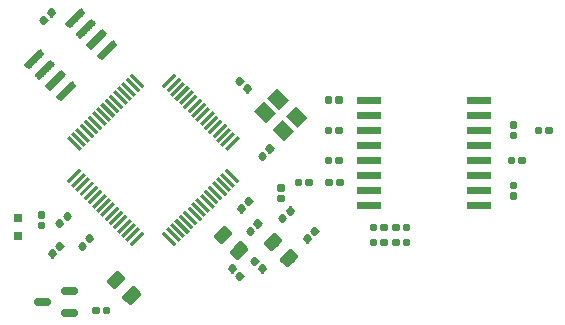
<source format=gbr>
G04 EAGLE Gerber RS-274X export*
G75*
%MOMM*%
%FSLAX34Y34*%
%LPD*%
%INSolderpaste Top*%
%IPPOS*%
%AMOC8*
5,1,8,0,0,1.08239X$1,22.5*%
G01*
%ADD10C,0.260000*%
%ADD11C,0.150000*%
%ADD12C,0.420000*%
%ADD13R,0.300000X1.500000*%
%ADD14R,1.400000X1.200000*%
%ADD15C,0.240000*%
%ADD16C,0.090000*%
%ADD17R,0.800000X0.800000*%
%ADD18C,0.650000*%


D10*
X250832Y165525D02*
X248075Y168282D01*
X250832Y171039D01*
X253589Y168282D01*
X250832Y165525D01*
X253302Y167995D02*
X248362Y167995D01*
X250258Y170465D02*
X251406Y170465D01*
X241711Y161918D02*
X244468Y159161D01*
X241711Y161918D02*
X244468Y164675D01*
X247225Y161918D01*
X244468Y159161D01*
X246938Y161631D02*
X241998Y161631D01*
X243894Y164101D02*
X245042Y164101D01*
X303012Y141650D02*
X303012Y137750D01*
X299112Y137750D01*
X299112Y141650D01*
X303012Y141650D01*
X303012Y140220D02*
X299112Y140220D01*
X312012Y141650D02*
X312012Y137750D01*
X308112Y137750D01*
X308112Y141650D01*
X312012Y141650D01*
X312012Y140220D02*
X308112Y140220D01*
X262300Y133360D02*
X258400Y133360D01*
X258400Y137260D01*
X262300Y137260D01*
X262300Y133360D01*
X262300Y135830D02*
X258400Y135830D01*
X258400Y124360D02*
X262300Y124360D01*
X258400Y124360D02*
X258400Y128260D01*
X262300Y128260D01*
X262300Y124360D01*
X262300Y126830D02*
X258400Y126830D01*
X307350Y207600D02*
X307350Y211500D01*
X311250Y211500D01*
X311250Y207600D01*
X307350Y207600D01*
X307350Y210070D02*
X311250Y210070D01*
X298350Y211500D02*
X298350Y207600D01*
X298350Y211500D02*
X302250Y211500D01*
X302250Y207600D01*
X298350Y207600D01*
X298350Y210070D02*
X302250Y210070D01*
X282568Y94825D02*
X285325Y92068D01*
X282568Y89311D01*
X279811Y92068D01*
X282568Y94825D01*
X285038Y91781D02*
X280098Y91781D01*
X281994Y94251D02*
X283142Y94251D01*
X288932Y101189D02*
X291689Y98432D01*
X288932Y95675D01*
X286175Y98432D01*
X288932Y101189D01*
X291402Y98145D02*
X286462Y98145D01*
X288358Y100615D02*
X289506Y100615D01*
X65784Y280723D02*
X63027Y283480D01*
X65784Y286237D01*
X68541Y283480D01*
X65784Y280723D01*
X68254Y283193D02*
X63314Y283193D01*
X65210Y285663D02*
X66358Y285663D01*
X56663Y277116D02*
X59420Y274359D01*
X56663Y277116D02*
X59420Y279873D01*
X62177Y277116D01*
X59420Y274359D01*
X61890Y276829D02*
X56950Y276829D01*
X58846Y279299D02*
X59994Y279299D01*
X261658Y112015D02*
X264415Y109258D01*
X261658Y106501D01*
X258901Y109258D01*
X261658Y112015D01*
X264128Y108971D02*
X259188Y108971D01*
X261084Y111441D02*
X262232Y111441D01*
X268022Y118379D02*
X270779Y115622D01*
X268022Y112865D01*
X265265Y115622D01*
X268022Y118379D01*
X270492Y115335D02*
X265552Y115335D01*
X267448Y117805D02*
X268596Y117805D01*
X229445Y117468D02*
X226688Y120225D01*
X229445Y117468D02*
X226688Y114711D01*
X223931Y117468D01*
X226688Y120225D01*
X229158Y117181D02*
X224218Y117181D01*
X226114Y119651D02*
X227262Y119651D01*
X233052Y126589D02*
X235809Y123832D01*
X233052Y121075D01*
X230295Y123832D01*
X233052Y126589D01*
X235522Y123545D02*
X230582Y123545D01*
X232478Y126015D02*
X233626Y126015D01*
X234308Y101175D02*
X237065Y98418D01*
X234308Y95661D01*
X231551Y98418D01*
X234308Y101175D01*
X236778Y98131D02*
X231838Y98131D01*
X233734Y100601D02*
X234882Y100601D01*
X240672Y107539D02*
X243429Y104782D01*
X240672Y102025D01*
X237915Y104782D01*
X240672Y107539D01*
X243142Y104495D02*
X238202Y104495D01*
X240098Y106965D02*
X241246Y106965D01*
X229025Y219068D02*
X231782Y221825D01*
X234539Y219068D01*
X231782Y216311D01*
X229025Y219068D01*
X229312Y218781D02*
X234252Y218781D01*
X232356Y221251D02*
X231208Y221251D01*
X225418Y228189D02*
X222661Y225432D01*
X225418Y228189D02*
X228175Y225432D01*
X225418Y222675D01*
X222661Y225432D01*
X222948Y225145D02*
X227888Y225145D01*
X225992Y227615D02*
X224844Y227615D01*
X221825Y66682D02*
X219068Y63925D01*
X216311Y66682D01*
X219068Y69439D01*
X221825Y66682D01*
X221538Y66395D02*
X216598Y66395D01*
X218494Y68865D02*
X219642Y68865D01*
X228189Y60318D02*
X225432Y57561D01*
X222675Y60318D01*
X225432Y63075D01*
X228189Y60318D01*
X227902Y60031D02*
X222962Y60031D01*
X224858Y62501D02*
X226006Y62501D01*
X73032Y82975D02*
X70275Y85732D01*
X73032Y88489D01*
X75789Y85732D01*
X73032Y82975D01*
X75502Y85445D02*
X70562Y85445D01*
X72458Y87915D02*
X73606Y87915D01*
X63911Y79368D02*
X66668Y76611D01*
X63911Y79368D02*
X66668Y82125D01*
X69425Y79368D01*
X66668Y76611D01*
X69138Y79081D02*
X64198Y79081D01*
X66094Y81551D02*
X67242Y81551D01*
X241725Y66668D02*
X244482Y69425D01*
X247239Y66668D01*
X244482Y63911D01*
X241725Y66668D01*
X242012Y66381D02*
X246952Y66381D01*
X245056Y68851D02*
X243908Y68851D01*
X238118Y75789D02*
X235361Y73032D01*
X238118Y75789D02*
X240875Y73032D01*
X238118Y70275D01*
X235361Y73032D01*
X235648Y72745D02*
X240588Y72745D01*
X238692Y75215D02*
X237544Y75215D01*
X455250Y135392D02*
X459150Y135392D01*
X455250Y135392D02*
X455250Y139292D01*
X459150Y139292D01*
X459150Y135392D01*
X459150Y137862D02*
X455250Y137862D01*
X455250Y126392D02*
X459150Y126392D01*
X455250Y126392D02*
X455250Y130292D01*
X459150Y130292D01*
X459150Y126392D01*
X459150Y128862D02*
X455250Y128862D01*
X455250Y181600D02*
X459150Y181600D01*
X459150Y177700D01*
X455250Y177700D01*
X455250Y181600D01*
X455250Y180170D02*
X459150Y180170D01*
X459150Y190600D02*
X455250Y190600D01*
X459150Y190600D02*
X459150Y186700D01*
X455250Y186700D01*
X455250Y190600D01*
X455250Y189170D02*
X459150Y189170D01*
D11*
X59498Y248357D02*
X47124Y235983D01*
X43942Y239165D01*
X56316Y251539D01*
X59498Y248357D01*
X48549Y237408D02*
X45699Y237408D01*
X44274Y238833D02*
X49974Y238833D01*
X51399Y240258D02*
X45035Y240258D01*
X46460Y241683D02*
X52824Y241683D01*
X54249Y243108D02*
X47885Y243108D01*
X49310Y244533D02*
X55674Y244533D01*
X57099Y245958D02*
X50735Y245958D01*
X52160Y247383D02*
X58524Y247383D01*
X59047Y248808D02*
X53585Y248808D01*
X55010Y250233D02*
X57622Y250233D01*
X68478Y239377D02*
X56104Y227003D01*
X52922Y230185D01*
X65296Y242559D01*
X68478Y239377D01*
X57529Y228428D02*
X54679Y228428D01*
X53254Y229853D02*
X58954Y229853D01*
X60379Y231278D02*
X54015Y231278D01*
X55440Y232703D02*
X61804Y232703D01*
X63229Y234128D02*
X56865Y234128D01*
X58290Y235553D02*
X64654Y235553D01*
X66079Y236978D02*
X59715Y236978D01*
X61140Y238403D02*
X67504Y238403D01*
X68027Y239828D02*
X62565Y239828D01*
X63990Y241253D02*
X66602Y241253D01*
X77459Y230396D02*
X65085Y218022D01*
X61903Y221204D01*
X74277Y233578D01*
X77459Y230396D01*
X66510Y219447D02*
X63660Y219447D01*
X62235Y220872D02*
X67935Y220872D01*
X69360Y222297D02*
X62996Y222297D01*
X64421Y223722D02*
X70785Y223722D01*
X72210Y225147D02*
X65846Y225147D01*
X67271Y226572D02*
X73635Y226572D01*
X75060Y227997D02*
X68696Y227997D01*
X70121Y229422D02*
X76485Y229422D01*
X77008Y230847D02*
X71546Y230847D01*
X72971Y232272D02*
X75583Y232272D01*
X86439Y221416D02*
X74065Y209042D01*
X70883Y212224D01*
X83257Y224598D01*
X86439Y221416D01*
X75490Y210467D02*
X72640Y210467D01*
X71215Y211892D02*
X76915Y211892D01*
X78340Y213317D02*
X71976Y213317D01*
X73401Y214742D02*
X79765Y214742D01*
X81190Y216167D02*
X74826Y216167D01*
X76251Y217592D02*
X82615Y217592D01*
X84040Y219017D02*
X77676Y219017D01*
X79101Y220442D02*
X85465Y220442D01*
X85988Y221867D02*
X80526Y221867D01*
X81951Y223292D02*
X84563Y223292D01*
X108784Y243761D02*
X121158Y256135D01*
X108784Y243761D02*
X105602Y246943D01*
X117976Y259317D01*
X121158Y256135D01*
X110209Y245186D02*
X107359Y245186D01*
X105934Y246611D02*
X111634Y246611D01*
X113059Y248036D02*
X106695Y248036D01*
X108120Y249461D02*
X114484Y249461D01*
X115909Y250886D02*
X109545Y250886D01*
X110970Y252311D02*
X117334Y252311D01*
X118759Y253736D02*
X112395Y253736D01*
X113820Y255161D02*
X120184Y255161D01*
X120707Y256586D02*
X115245Y256586D01*
X116670Y258011D02*
X119282Y258011D01*
X112178Y265115D02*
X99804Y252741D01*
X96622Y255923D01*
X108996Y268297D01*
X112178Y265115D01*
X101229Y254166D02*
X98379Y254166D01*
X96954Y255591D02*
X102654Y255591D01*
X104079Y257016D02*
X97715Y257016D01*
X99140Y258441D02*
X105504Y258441D01*
X106929Y259866D02*
X100565Y259866D01*
X101990Y261291D02*
X108354Y261291D01*
X109779Y262716D02*
X103415Y262716D01*
X104840Y264141D02*
X111204Y264141D01*
X111727Y265566D02*
X106265Y265566D01*
X107690Y266991D02*
X110302Y266991D01*
X103197Y274096D02*
X90823Y261722D01*
X87641Y264904D01*
X100015Y277278D01*
X103197Y274096D01*
X92248Y263147D02*
X89398Y263147D01*
X87973Y264572D02*
X93673Y264572D01*
X95098Y265997D02*
X88734Y265997D01*
X90159Y267422D02*
X96523Y267422D01*
X97948Y268847D02*
X91584Y268847D01*
X93009Y270272D02*
X99373Y270272D01*
X100798Y271697D02*
X94434Y271697D01*
X95859Y273122D02*
X102223Y273122D01*
X102746Y274547D02*
X97284Y274547D01*
X98709Y275972D02*
X101321Y275972D01*
X94217Y283076D02*
X81843Y270702D01*
X78661Y273884D01*
X91035Y286258D01*
X94217Y283076D01*
X83268Y272127D02*
X80418Y272127D01*
X78993Y273552D02*
X84693Y273552D01*
X86118Y274977D02*
X79754Y274977D01*
X81179Y276402D02*
X87543Y276402D01*
X88968Y277827D02*
X82604Y277827D01*
X84029Y279252D02*
X90393Y279252D01*
X91818Y280677D02*
X85454Y280677D01*
X86879Y282102D02*
X93243Y282102D01*
X93766Y283527D02*
X88304Y283527D01*
X89729Y284952D02*
X92341Y284952D01*
D12*
X134955Y49774D02*
X128026Y42845D01*
X134955Y49774D02*
X139410Y45319D01*
X132481Y38390D01*
X128026Y42845D01*
X128491Y42380D02*
X136471Y42380D01*
X138359Y46370D02*
X131551Y46370D01*
X121519Y63210D02*
X114590Y56281D01*
X121519Y63210D02*
X125974Y58755D01*
X119045Y51826D01*
X114590Y56281D01*
X115055Y55816D02*
X123035Y55816D01*
X124923Y59806D02*
X118115Y59806D01*
X209742Y89926D02*
X216671Y96855D01*
X209742Y89926D02*
X205287Y94381D01*
X212216Y101310D01*
X216671Y96855D01*
X213732Y93916D02*
X205752Y93916D01*
X208812Y97906D02*
X215620Y97906D01*
X230106Y83419D02*
X223177Y76490D01*
X218722Y80945D01*
X225651Y87874D01*
X230106Y83419D01*
X227167Y80480D02*
X219187Y80480D01*
X222247Y84470D02*
X229055Y84470D01*
X261376Y74595D02*
X268305Y81524D01*
X272760Y77069D01*
X265831Y70140D01*
X261376Y74595D01*
X261841Y74130D02*
X269821Y74130D01*
X271709Y78120D02*
X264901Y78120D01*
X254869Y94960D02*
X247940Y88031D01*
X254869Y94960D02*
X259324Y90505D01*
X252395Y83576D01*
X247940Y88031D01*
X248405Y87566D02*
X256385Y87566D01*
X258273Y91556D02*
X251465Y91556D01*
D13*
G36*
X81336Y138598D02*
X79215Y140719D01*
X89820Y151324D01*
X91941Y149203D01*
X81336Y138598D01*
G37*
G36*
X84872Y135063D02*
X82751Y137184D01*
X93356Y147789D01*
X95477Y145668D01*
X84872Y135063D01*
G37*
G36*
X88407Y131527D02*
X86286Y133648D01*
X96891Y144253D01*
X99012Y142132D01*
X88407Y131527D01*
G37*
G36*
X91943Y127992D02*
X89822Y130113D01*
X100427Y140718D01*
X102548Y138597D01*
X91943Y127992D01*
G37*
G36*
X95479Y124456D02*
X93358Y126577D01*
X103963Y137182D01*
X106084Y135061D01*
X95479Y124456D01*
G37*
G36*
X99014Y120921D02*
X96893Y123042D01*
X107498Y133647D01*
X109619Y131526D01*
X99014Y120921D01*
G37*
G36*
X102550Y117385D02*
X100429Y119506D01*
X111034Y130111D01*
X113155Y127990D01*
X102550Y117385D01*
G37*
G36*
X106085Y113850D02*
X103964Y115971D01*
X114569Y126576D01*
X116690Y124455D01*
X106085Y113850D01*
G37*
G36*
X109621Y110314D02*
X107500Y112435D01*
X118105Y123040D01*
X120226Y120919D01*
X109621Y110314D01*
G37*
G36*
X113156Y106779D02*
X111035Y108900D01*
X121640Y119505D01*
X123761Y117384D01*
X113156Y106779D01*
G37*
G36*
X116692Y103243D02*
X114571Y105364D01*
X125176Y115969D01*
X127297Y113848D01*
X116692Y103243D01*
G37*
G36*
X120227Y99708D02*
X118106Y101829D01*
X128711Y112434D01*
X130832Y110313D01*
X120227Y99708D01*
G37*
G36*
X123763Y96172D02*
X121642Y98293D01*
X132247Y108898D01*
X134368Y106777D01*
X123763Y96172D01*
G37*
G36*
X127298Y92636D02*
X125177Y94757D01*
X135782Y105362D01*
X137903Y103241D01*
X127298Y92636D01*
G37*
G36*
X130834Y89101D02*
X128713Y91222D01*
X139318Y101827D01*
X141439Y99706D01*
X130834Y89101D01*
G37*
G36*
X134369Y85565D02*
X132248Y87686D01*
X142853Y98291D01*
X144974Y96170D01*
X134369Y85565D01*
G37*
G36*
X159826Y96170D02*
X161947Y98291D01*
X172552Y87686D01*
X170431Y85565D01*
X159826Y96170D01*
G37*
G36*
X163361Y99706D02*
X165482Y101827D01*
X176087Y91222D01*
X173966Y89101D01*
X163361Y99706D01*
G37*
G36*
X166897Y103241D02*
X169018Y105362D01*
X179623Y94757D01*
X177502Y92636D01*
X166897Y103241D01*
G37*
G36*
X170432Y106777D02*
X172553Y108898D01*
X183158Y98293D01*
X181037Y96172D01*
X170432Y106777D01*
G37*
G36*
X173968Y110313D02*
X176089Y112434D01*
X186694Y101829D01*
X184573Y99708D01*
X173968Y110313D01*
G37*
G36*
X177503Y113848D02*
X179624Y115969D01*
X190229Y105364D01*
X188108Y103243D01*
X177503Y113848D01*
G37*
G36*
X181039Y117384D02*
X183160Y119505D01*
X193765Y108900D01*
X191644Y106779D01*
X181039Y117384D01*
G37*
G36*
X184574Y120919D02*
X186695Y123040D01*
X197300Y112435D01*
X195179Y110314D01*
X184574Y120919D01*
G37*
G36*
X188110Y124455D02*
X190231Y126576D01*
X200836Y115971D01*
X198715Y113850D01*
X188110Y124455D01*
G37*
G36*
X191645Y127990D02*
X193766Y130111D01*
X204371Y119506D01*
X202250Y117385D01*
X191645Y127990D01*
G37*
G36*
X195181Y131526D02*
X197302Y133647D01*
X207907Y123042D01*
X205786Y120921D01*
X195181Y131526D01*
G37*
G36*
X198716Y135061D02*
X200837Y137182D01*
X211442Y126577D01*
X209321Y124456D01*
X198716Y135061D01*
G37*
G36*
X202252Y138597D02*
X204373Y140718D01*
X214978Y130113D01*
X212857Y127992D01*
X202252Y138597D01*
G37*
G36*
X205788Y142132D02*
X207909Y144253D01*
X218514Y133648D01*
X216393Y131527D01*
X205788Y142132D01*
G37*
G36*
X209323Y145668D02*
X211444Y147789D01*
X222049Y137184D01*
X219928Y135063D01*
X209323Y145668D01*
G37*
G36*
X212859Y149203D02*
X214980Y151324D01*
X225585Y140719D01*
X223464Y138598D01*
X212859Y149203D01*
G37*
G36*
X214980Y166176D02*
X212859Y168297D01*
X223464Y178902D01*
X225585Y176781D01*
X214980Y166176D01*
G37*
G36*
X211444Y169711D02*
X209323Y171832D01*
X219928Y182437D01*
X222049Y180316D01*
X211444Y169711D01*
G37*
G36*
X207909Y173247D02*
X205788Y175368D01*
X216393Y185973D01*
X218514Y183852D01*
X207909Y173247D01*
G37*
G36*
X204373Y176782D02*
X202252Y178903D01*
X212857Y189508D01*
X214978Y187387D01*
X204373Y176782D01*
G37*
G36*
X200837Y180318D02*
X198716Y182439D01*
X209321Y193044D01*
X211442Y190923D01*
X200837Y180318D01*
G37*
G36*
X197302Y183853D02*
X195181Y185974D01*
X205786Y196579D01*
X207907Y194458D01*
X197302Y183853D01*
G37*
G36*
X193766Y187389D02*
X191645Y189510D01*
X202250Y200115D01*
X204371Y197994D01*
X193766Y187389D01*
G37*
G36*
X190231Y190924D02*
X188110Y193045D01*
X198715Y203650D01*
X200836Y201529D01*
X190231Y190924D01*
G37*
G36*
X186695Y194460D02*
X184574Y196581D01*
X195179Y207186D01*
X197300Y205065D01*
X186695Y194460D01*
G37*
G36*
X183160Y197995D02*
X181039Y200116D01*
X191644Y210721D01*
X193765Y208600D01*
X183160Y197995D01*
G37*
G36*
X179624Y201531D02*
X177503Y203652D01*
X188108Y214257D01*
X190229Y212136D01*
X179624Y201531D01*
G37*
G36*
X176089Y205066D02*
X173968Y207187D01*
X184573Y217792D01*
X186694Y215671D01*
X176089Y205066D01*
G37*
G36*
X172553Y208602D02*
X170432Y210723D01*
X181037Y221328D01*
X183158Y219207D01*
X172553Y208602D01*
G37*
G36*
X169018Y212138D02*
X166897Y214259D01*
X177502Y224864D01*
X179623Y222743D01*
X169018Y212138D01*
G37*
G36*
X165482Y215673D02*
X163361Y217794D01*
X173966Y228399D01*
X176087Y226278D01*
X165482Y215673D01*
G37*
G36*
X161947Y219209D02*
X159826Y221330D01*
X170431Y231935D01*
X172552Y229814D01*
X161947Y219209D01*
G37*
G36*
X132248Y229814D02*
X134369Y231935D01*
X144974Y221330D01*
X142853Y219209D01*
X132248Y229814D01*
G37*
G36*
X128713Y226278D02*
X130834Y228399D01*
X141439Y217794D01*
X139318Y215673D01*
X128713Y226278D01*
G37*
G36*
X125177Y222743D02*
X127298Y224864D01*
X137903Y214259D01*
X135782Y212138D01*
X125177Y222743D01*
G37*
G36*
X121642Y219207D02*
X123763Y221328D01*
X134368Y210723D01*
X132247Y208602D01*
X121642Y219207D01*
G37*
G36*
X118106Y215671D02*
X120227Y217792D01*
X130832Y207187D01*
X128711Y205066D01*
X118106Y215671D01*
G37*
G36*
X114571Y212136D02*
X116692Y214257D01*
X127297Y203652D01*
X125176Y201531D01*
X114571Y212136D01*
G37*
G36*
X111035Y208600D02*
X113156Y210721D01*
X123761Y200116D01*
X121640Y197995D01*
X111035Y208600D01*
G37*
G36*
X107500Y205065D02*
X109621Y207186D01*
X120226Y196581D01*
X118105Y194460D01*
X107500Y205065D01*
G37*
G36*
X103964Y201529D02*
X106085Y203650D01*
X116690Y193045D01*
X114569Y190924D01*
X103964Y201529D01*
G37*
G36*
X100429Y197994D02*
X102550Y200115D01*
X113155Y189510D01*
X111034Y187389D01*
X100429Y197994D01*
G37*
G36*
X96893Y194458D02*
X99014Y196579D01*
X109619Y185974D01*
X107498Y183853D01*
X96893Y194458D01*
G37*
G36*
X93358Y190923D02*
X95479Y193044D01*
X106084Y182439D01*
X103963Y180318D01*
X93358Y190923D01*
G37*
G36*
X89822Y187387D02*
X91943Y189508D01*
X102548Y178903D01*
X100427Y176782D01*
X89822Y187387D01*
G37*
G36*
X86286Y183852D02*
X88407Y185973D01*
X99012Y175368D01*
X96891Y173247D01*
X86286Y183852D01*
G37*
G36*
X82751Y180316D02*
X84872Y182437D01*
X95477Y171832D01*
X93356Y169711D01*
X82751Y180316D01*
G37*
G36*
X79215Y176781D02*
X81336Y178902D01*
X91941Y168297D01*
X89820Y166176D01*
X79215Y176781D01*
G37*
D14*
G36*
X247622Y189779D02*
X237723Y199678D01*
X246208Y208163D01*
X256107Y198264D01*
X247622Y189779D01*
G37*
G36*
X263178Y174223D02*
X253279Y184122D01*
X261764Y192607D01*
X271663Y182708D01*
X263178Y174223D01*
G37*
G36*
X273078Y203921D02*
X282977Y194022D01*
X274492Y185537D01*
X264593Y195436D01*
X273078Y203921D01*
G37*
G36*
X257522Y219477D02*
X267421Y209578D01*
X258936Y201093D01*
X249037Y210992D01*
X257522Y219477D01*
G37*
D15*
X340200Y90700D02*
X340200Y87100D01*
X336600Y87100D01*
X336600Y90700D01*
X340200Y90700D01*
X340200Y89380D02*
X336600Y89380D01*
X349200Y90700D02*
X349200Y87100D01*
X345600Y87100D01*
X345600Y90700D01*
X349200Y90700D01*
X349200Y89380D02*
X345600Y89380D01*
X364650Y90700D02*
X364650Y87100D01*
X364650Y90700D02*
X368250Y90700D01*
X368250Y87100D01*
X364650Y87100D01*
X364650Y89380D02*
X368250Y89380D01*
X355650Y90700D02*
X355650Y87100D01*
X355650Y90700D02*
X359250Y90700D01*
X359250Y87100D01*
X355650Y87100D01*
X355650Y89380D02*
X359250Y89380D01*
X345600Y99800D02*
X345600Y103400D01*
X349200Y103400D01*
X349200Y99800D01*
X345600Y99800D01*
X345600Y102080D02*
X349200Y102080D01*
X336600Y103400D02*
X336600Y99800D01*
X336600Y103400D02*
X340200Y103400D01*
X340200Y99800D01*
X336600Y99800D01*
X336600Y102080D02*
X340200Y102080D01*
X359250Y103400D02*
X359250Y99800D01*
X355650Y99800D01*
X355650Y103400D01*
X359250Y103400D01*
X359250Y102080D02*
X355650Y102080D01*
X368250Y103400D02*
X368250Y99800D01*
X364650Y99800D01*
X364650Y103400D01*
X368250Y103400D01*
X368250Y102080D02*
X364650Y102080D01*
X75563Y104768D02*
X73018Y107313D01*
X75563Y104768D02*
X73018Y102223D01*
X70473Y104768D01*
X73018Y107313D01*
X75298Y104503D02*
X70738Y104503D01*
X72488Y106783D02*
X73548Y106783D01*
X79382Y113677D02*
X81927Y111132D01*
X79382Y108587D01*
X76837Y111132D01*
X79382Y113677D01*
X81662Y110867D02*
X77102Y110867D01*
X78852Y113147D02*
X79912Y113147D01*
X95887Y92082D02*
X98432Y89537D01*
X95887Y92082D02*
X98432Y94627D01*
X100977Y92082D01*
X98432Y89537D01*
X100712Y91817D02*
X96152Y91817D01*
X97902Y94097D02*
X98962Y94097D01*
X89523Y85718D02*
X92068Y83173D01*
X89523Y85718D02*
X92068Y88263D01*
X94613Y85718D01*
X92068Y83173D01*
X94348Y85453D02*
X89788Y85453D01*
X91538Y87733D02*
X92598Y87733D01*
X479900Y182350D02*
X479900Y185950D01*
X479900Y182350D02*
X476300Y182350D01*
X476300Y185950D01*
X479900Y185950D01*
X479900Y184630D02*
X476300Y184630D01*
X488900Y185950D02*
X488900Y182350D01*
X485300Y182350D01*
X485300Y185950D01*
X488900Y185950D01*
X488900Y184630D02*
X485300Y184630D01*
X282100Y141500D02*
X282100Y137900D01*
X282100Y141500D02*
X285700Y141500D01*
X285700Y137900D01*
X282100Y137900D01*
X282100Y140180D02*
X285700Y140180D01*
X273100Y141500D02*
X273100Y137900D01*
X273100Y141500D02*
X276700Y141500D01*
X276700Y137900D01*
X273100Y137900D01*
X273100Y140180D02*
X276700Y140180D01*
X302100Y182350D02*
X302100Y185950D01*
X302100Y182350D02*
X298500Y182350D01*
X298500Y185950D01*
X302100Y185950D01*
X302100Y184630D02*
X298500Y184630D01*
X311100Y185950D02*
X311100Y182350D01*
X307500Y182350D01*
X307500Y185950D01*
X311100Y185950D01*
X311100Y184630D02*
X307500Y184630D01*
X302100Y160550D02*
X302100Y156950D01*
X298500Y156950D01*
X298500Y160550D01*
X302100Y160550D01*
X302100Y159230D02*
X298500Y159230D01*
X311100Y160550D02*
X311100Y156950D01*
X307500Y156950D01*
X307500Y160550D01*
X311100Y160550D01*
X311100Y159230D02*
X307500Y159230D01*
X457040Y160550D02*
X457040Y156950D01*
X453440Y156950D01*
X453440Y160550D01*
X457040Y160550D01*
X457040Y159230D02*
X453440Y159230D01*
X466040Y160550D02*
X466040Y156950D01*
X462440Y156950D01*
X462440Y160550D01*
X466040Y160550D01*
X466040Y159230D02*
X462440Y159230D01*
D16*
X344250Y207000D02*
X324650Y207000D01*
X324650Y212100D01*
X344250Y212100D01*
X344250Y207000D01*
X344250Y207855D02*
X324650Y207855D01*
X324650Y208710D02*
X344250Y208710D01*
X344250Y209565D02*
X324650Y209565D01*
X324650Y210420D02*
X344250Y210420D01*
X344250Y211275D02*
X324650Y211275D01*
X324650Y194300D02*
X344250Y194300D01*
X324650Y194300D02*
X324650Y199400D01*
X344250Y199400D01*
X344250Y194300D01*
X344250Y195155D02*
X324650Y195155D01*
X324650Y196010D02*
X344250Y196010D01*
X344250Y196865D02*
X324650Y196865D01*
X324650Y197720D02*
X344250Y197720D01*
X344250Y198575D02*
X324650Y198575D01*
X324650Y181600D02*
X344250Y181600D01*
X324650Y181600D02*
X324650Y186700D01*
X344250Y186700D01*
X344250Y181600D01*
X344250Y182455D02*
X324650Y182455D01*
X324650Y183310D02*
X344250Y183310D01*
X344250Y184165D02*
X324650Y184165D01*
X324650Y185020D02*
X344250Y185020D01*
X344250Y185875D02*
X324650Y185875D01*
X324650Y168900D02*
X344250Y168900D01*
X324650Y168900D02*
X324650Y174000D01*
X344250Y174000D01*
X344250Y168900D01*
X344250Y169755D02*
X324650Y169755D01*
X324650Y170610D02*
X344250Y170610D01*
X344250Y171465D02*
X324650Y171465D01*
X324650Y172320D02*
X344250Y172320D01*
X344250Y173175D02*
X324650Y173175D01*
X324650Y156200D02*
X344250Y156200D01*
X324650Y156200D02*
X324650Y161300D01*
X344250Y161300D01*
X344250Y156200D01*
X344250Y157055D02*
X324650Y157055D01*
X324650Y157910D02*
X344250Y157910D01*
X344250Y158765D02*
X324650Y158765D01*
X324650Y159620D02*
X344250Y159620D01*
X344250Y160475D02*
X324650Y160475D01*
X324650Y143500D02*
X344250Y143500D01*
X324650Y143500D02*
X324650Y148600D01*
X344250Y148600D01*
X344250Y143500D01*
X344250Y144355D02*
X324650Y144355D01*
X324650Y145210D02*
X344250Y145210D01*
X344250Y146065D02*
X324650Y146065D01*
X324650Y146920D02*
X344250Y146920D01*
X344250Y147775D02*
X324650Y147775D01*
X324650Y130800D02*
X344250Y130800D01*
X324650Y130800D02*
X324650Y135900D01*
X344250Y135900D01*
X344250Y130800D01*
X344250Y131655D02*
X324650Y131655D01*
X324650Y132510D02*
X344250Y132510D01*
X344250Y133365D02*
X324650Y133365D01*
X324650Y134220D02*
X344250Y134220D01*
X344250Y135075D02*
X324650Y135075D01*
X324650Y118100D02*
X344250Y118100D01*
X324650Y118100D02*
X324650Y123200D01*
X344250Y123200D01*
X344250Y118100D01*
X344250Y118955D02*
X324650Y118955D01*
X324650Y119810D02*
X344250Y119810D01*
X344250Y120665D02*
X324650Y120665D01*
X324650Y121520D02*
X344250Y121520D01*
X344250Y122375D02*
X324650Y122375D01*
X417750Y118100D02*
X437350Y118100D01*
X417750Y118100D02*
X417750Y123200D01*
X437350Y123200D01*
X437350Y118100D01*
X437350Y118955D02*
X417750Y118955D01*
X417750Y119810D02*
X437350Y119810D01*
X437350Y120665D02*
X417750Y120665D01*
X417750Y121520D02*
X437350Y121520D01*
X437350Y122375D02*
X417750Y122375D01*
X417750Y130800D02*
X437350Y130800D01*
X417750Y130800D02*
X417750Y135900D01*
X437350Y135900D01*
X437350Y130800D01*
X437350Y131655D02*
X417750Y131655D01*
X417750Y132510D02*
X437350Y132510D01*
X437350Y133365D02*
X417750Y133365D01*
X417750Y134220D02*
X437350Y134220D01*
X437350Y135075D02*
X417750Y135075D01*
X417750Y143500D02*
X437350Y143500D01*
X417750Y143500D02*
X417750Y148600D01*
X437350Y148600D01*
X437350Y143500D01*
X437350Y144355D02*
X417750Y144355D01*
X417750Y145210D02*
X437350Y145210D01*
X437350Y146065D02*
X417750Y146065D01*
X417750Y146920D02*
X437350Y146920D01*
X437350Y147775D02*
X417750Y147775D01*
X417750Y156200D02*
X437350Y156200D01*
X417750Y156200D02*
X417750Y161300D01*
X437350Y161300D01*
X437350Y156200D01*
X437350Y157055D02*
X417750Y157055D01*
X417750Y157910D02*
X437350Y157910D01*
X437350Y158765D02*
X417750Y158765D01*
X417750Y159620D02*
X437350Y159620D01*
X437350Y160475D02*
X417750Y160475D01*
X417750Y168900D02*
X437350Y168900D01*
X417750Y168900D02*
X417750Y174000D01*
X437350Y174000D01*
X437350Y168900D01*
X437350Y169755D02*
X417750Y169755D01*
X417750Y170610D02*
X437350Y170610D01*
X437350Y171465D02*
X417750Y171465D01*
X417750Y172320D02*
X437350Y172320D01*
X437350Y173175D02*
X417750Y173175D01*
X417750Y181600D02*
X437350Y181600D01*
X417750Y181600D02*
X417750Y186700D01*
X437350Y186700D01*
X437350Y181600D01*
X437350Y182455D02*
X417750Y182455D01*
X417750Y183310D02*
X437350Y183310D01*
X437350Y184165D02*
X417750Y184165D01*
X417750Y185020D02*
X437350Y185020D01*
X437350Y185875D02*
X417750Y185875D01*
X417750Y194300D02*
X437350Y194300D01*
X417750Y194300D02*
X417750Y199400D01*
X437350Y199400D01*
X437350Y194300D01*
X437350Y195155D02*
X417750Y195155D01*
X417750Y196010D02*
X437350Y196010D01*
X437350Y196865D02*
X417750Y196865D01*
X417750Y197720D02*
X437350Y197720D01*
X437350Y198575D02*
X417750Y198575D01*
X417750Y207000D02*
X437350Y207000D01*
X417750Y207000D02*
X417750Y212100D01*
X437350Y212100D01*
X437350Y207000D01*
X437350Y207855D02*
X417750Y207855D01*
X417750Y208710D02*
X437350Y208710D01*
X437350Y209565D02*
X417750Y209565D01*
X417750Y210420D02*
X437350Y210420D01*
X437350Y211275D02*
X417750Y211275D01*
D17*
X38100Y94100D03*
X38100Y109100D03*
D18*
X77600Y28600D02*
X85100Y28600D01*
X85100Y47600D02*
X77600Y47600D01*
X62100Y38100D02*
X54600Y38100D01*
D15*
X105250Y33550D02*
X105250Y29950D01*
X101650Y29950D01*
X101650Y33550D01*
X105250Y33550D01*
X105250Y32230D02*
X101650Y32230D01*
X114250Y33550D02*
X114250Y29950D01*
X110650Y29950D01*
X110650Y33550D01*
X114250Y33550D01*
X114250Y32230D02*
X110650Y32230D01*
X58950Y105250D02*
X55350Y105250D01*
X58950Y105250D02*
X58950Y101650D01*
X55350Y101650D01*
X55350Y105250D01*
X55350Y103930D02*
X58950Y103930D01*
X58950Y114250D02*
X55350Y114250D01*
X58950Y114250D02*
X58950Y110650D01*
X55350Y110650D01*
X55350Y114250D01*
X55350Y112930D02*
X58950Y112930D01*
M02*

</source>
